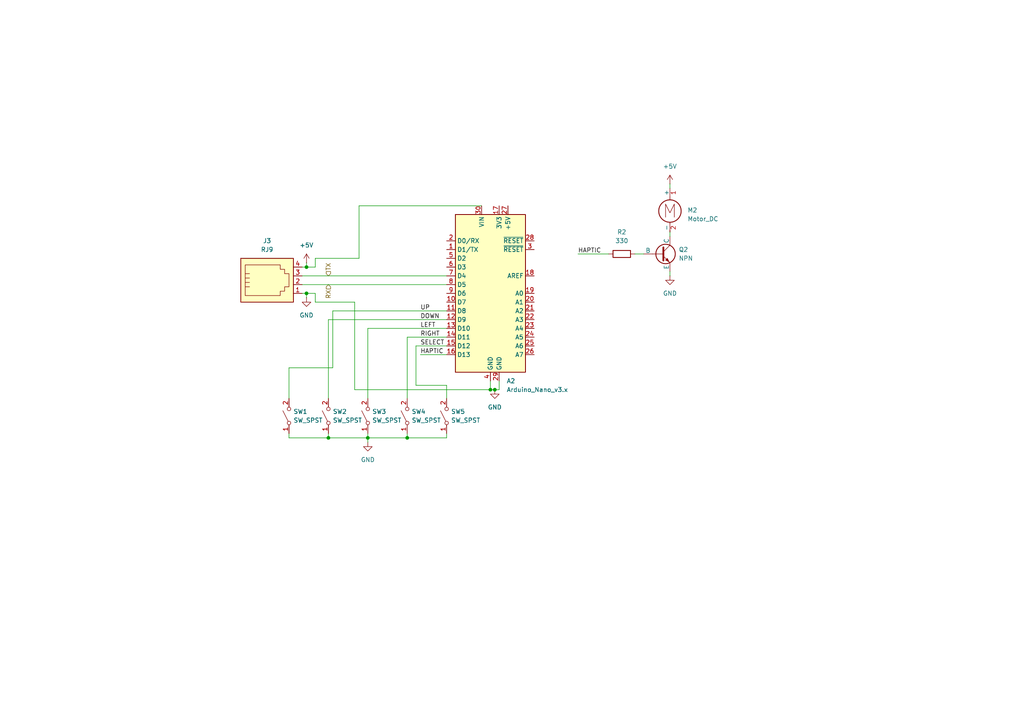
<source format=kicad_sch>
(kicad_sch (version 20250114) (generator "eeschema") (generator_version "9.0")
  (paper "A4")
  (lib_symbols
    (symbol "Connector:RJ9" (pin_names (offset 1.016))
      (property "Reference" "J" (at -5.08 8.89 0))
      (property "Value" "RJ9" (at 2.54 8.89 0))
      (symbol "RJ9_0_1"
        (polyline (pts (xy -6.35 3.175) (xy -5.08 3.175) (xy -5.08 3.175)))
        (polyline (pts (xy -6.35 1.905) (xy -5.08 1.905) (xy -5.08 1.905)))
        (polyline (pts (xy -6.35 0.635) (xy -5.08 0.635) (xy -5.08 0.635)))
        (polyline (pts (xy -6.35 -0.635) (xy -5.08 -0.635) (xy -5.08 -0.635)))
        (polyline (pts (xy -6.35 -3.175) (xy -6.35 5.715) (xy -1.27 5.715) (xy 3.81 5.715) (xy 3.81 4.445) (xy 5.08 4.445) (xy 5.08 3.175) (xy 6.35 3.175) (xy 6.35 -0.635) (xy 5.08 -0.635) (xy 5.08 -1.905) (xy 3.81 -1.905) (xy 3.81 -3.175) (xy -6.35 -3.175) (xy -6.35 -3.175)))
        (rectangle (start 7.62 7.62) (end -7.62 -5.08) (stroke (width 0.254)) (fill (type background)))
      )
      (symbol "RJ9_1_1"
        (pin passive line (at 10.16 5.08 180) (length 2.54) (name "~") (number "4"))
        (pin passive line (at 10.16 2.54 180) (length 2.54) (name "~") (number "3"))
        (pin passive line (at 10.16 0 180) (length 2.54) (name "~") (number "2"))
        (pin passive line (at 10.16 -2.54 180) (length 2.54) (name "~") (number "1"))
      )
    )
    (symbol "Device:R" (pin_numbers (hide yes)) (pin_names (offset 0))
      (property "Reference" "R" (at 2.032 0 90))
      (property "Value" "R" (at 0 0 90))
      (symbol "R_0_1"
        (rectangle (start -1.016 -2.54) (end 1.016 2.54) (stroke (width 0.254)))
      )
      (symbol "R_1_1"
        (pin passive line (at 0 3.81 270) (length 1.27) (name "~") (number "1"))
        (pin passive line (at 0 -3.81 90) (length 1.27) (name "~") (number "2"))
      )
    )
    (symbol "MCU_Module:Arduino_Nano_v3.x"
      (property "Reference" "A" (at -10.16 23.495 0))
      (property "Value" "Arduino_Nano_v3.x" (at 5.08 -24.13 0))
      (symbol "Arduino_Nano_v3.x_0_1"
        (rectangle (start -10.16 22.86) (end 10.16 -22.86) (stroke (width 0.254)) (fill (type background)))
      )
      (symbol "Arduino_Nano_v3.x_1_1"
        (pin bidirectional line (at -12.7 15.24 0) (length 2.54) (name "D0/RX") (number "2"))
        (pin bidirectional line (at -12.7 12.7 0) (length 2.54) (name "D1/TX") (number "1"))
        (pin bidirectional line (at -12.7 10.16 0) (length 2.54) (name "D2") (number "5"))
        (pin bidirectional line (at -12.7 7.62 0) (length 2.54) (name "D3") (number "6"))
        (pin bidirectional line (at -12.7 5.08 0) (length 2.54) (name "D4") (number "7"))
        (pin bidirectional line (at -12.7 2.54 0) (length 2.54) (name "D5") (number "8"))
        (pin bidirectional line (at -12.7 0 0) (length 2.54) (name "D6") (number "9"))
        (pin bidirectional line (at -12.7 -2.54 0) (length 2.54) (name "D7") (number "10"))
        (pin bidirectional line (at -12.7 -5.08 0) (length 2.54) (name "D8") (number "11"))
        (pin bidirectional line (at -12.7 -7.62 0) (length 2.54) (name "D9") (number "12"))
        (pin bidirectional line (at -12.7 -10.16 0) (length 2.54) (name "D10") (number "13"))
        (pin bidirectional line (at -12.7 -12.7 0) (length 2.54) (name "D11") (number "14"))
        (pin bidirectional line (at -12.7 -15.24 0) (length 2.54) (name "D12") (number "15"))
        (pin bidirectional line (at -12.7 -17.78 0) (length 2.54) (name "D13") (number "16"))
        (pin power_in line (at -2.54 25.4 270) (length 2.54) (name "VIN") (number "30"))
        (pin power_in line (at 0 -25.4 90) (length 2.54) (name "GND") (number "4"))
        (pin power_out line (at 2.54 25.4 270) (length 2.54) (name "3V3") (number "17"))
        (pin power_in line (at 2.54 -25.4 90) (length 2.54) (name "GND") (number "29"))
        (pin power_out line (at 5.08 25.4 270) (length 2.54) (name "+5V") (number "27"))
        (pin input line (at 12.7 15.24 180) (length 2.54) (name "~{RESET}") (number "28"))
        (pin input line (at 12.7 12.7 180) (length 2.54) (name "~{RESET}") (number "3"))
        (pin input line (at 12.7 5.08 180) (length 2.54) (name "AREF") (number "18"))
        (pin bidirectional line (at 12.7 0 180) (length 2.54) (name "A0") (number "19"))
        (pin bidirectional line (at 12.7 -2.54 180) (length 2.54) (name "A1") (number "20"))
        (pin bidirectional line (at 12.7 -5.08 180) (length 2.54) (name "A2") (number "21"))
        (pin bidirectional line (at 12.7 -7.62 180) (length 2.54) (name "A3") (number "22"))
        (pin bidirectional line (at 12.7 -10.16 180) (length 2.54) (name "A4") (number "23"))
        (pin bidirectional line (at 12.7 -12.7 180) (length 2.54) (name "A5") (number "24"))
        (pin bidirectional line (at 12.7 -15.24 180) (length 2.54) (name "A6") (number "25"))
        (pin bidirectional line (at 12.7 -17.78 180) (length 2.54) (name "A7") (number "26"))
      )
    )
    (symbol "Motor:Motor_DC" (pin_names (offset 0))
      (property "Reference" "M" (at 2.54 2.54 0))
      (property "Value" "Motor_DC" (at 2.54 -5.08 0))
      (symbol "Motor_DC_0_0"
        (polyline (pts (xy -1.27 -3.302) (xy -1.27 0.508) (xy 0 -2.032) (xy 1.27 0.508) (xy 1.27 -3.302)))
      )
      (symbol "Motor_DC_0_1"
        (polyline (pts (xy 0 2.032) (xy 0 2.54)))
        (polyline (pts (xy 0 1.7272) (xy 0 2.0828)))
        (circle (center 0 -1.524) (radius 3.2512) (stroke (width 0.254)))
        (polyline (pts (xy 0 -4.7752) (xy 0 -5.1816)))
        (polyline (pts (xy 0 -7.62) (xy 0 -7.112)))
      )
      (symbol "Motor_DC_1_1"
        (pin passive line (at 0 5.08 270) (length 2.54) (name "+") (number "1"))
        (pin passive line (at 0 -7.62 90) (length 2.54) (name "-") (number "2"))
      )
    )
    (symbol "Simulation_SPICE:NPN" (pin_numbers (hide yes)) (pin_names (offset 0))
      (property "Reference" "Q" (at -2.54 7.62 0))
      (property "Value" "NPN" (at -2.54 5.08 0))
      (symbol "NPN_0_1"
        (polyline (pts (xy -2.54 0) (xy 0.635 0)) (stroke (width 0.1524)))
        (polyline (pts (xy 0.635 1.905) (xy 0.635 -1.905) (xy 0.635 -1.905)) (stroke (width 0.508)))
        (polyline (pts (xy 0.635 0.635) (xy 2.54 2.54)))
        (polyline (pts (xy 0.635 -0.635) (xy 2.54 -2.54) (xy 2.54 -2.54)))
        (circle (center 1.27 0) (radius 2.8194) (stroke (width 0.254)))
        (polyline (pts (xy 1.27 -1.778) (xy 1.778 -1.27) (xy 2.286 -2.286) (xy 1.27 -1.778) (xy 1.27 -1.778)) (fill (type outline)))
        (polyline (pts (xy 2.794 -1.27) (xy 2.794 -1.27)) (stroke (width 0.1524)))
        (polyline (pts (xy 2.794 -1.27) (xy 2.794 -1.27)) (stroke (width 0.1524)))
      )
      (symbol "NPN_1_1"
        (pin input line (at -5.08 0 0) (length 2.54) (name "B") (number "2"))
        (pin open_collector line (at 2.54 5.08 270) (length 2.54) (name "C") (number "1"))
        (pin open_emitter line (at 2.54 -5.08 90) (length 2.54) (name "E") (number "3"))
      )
    )
    (symbol "Switch:SW_SPST" (pin_names (offset 0) (hide yes))
      (property "Reference" "SW" (at 0 3.175 0))
      (property "Value" "SW_SPST" (at 0 -2.54 0))
      (symbol "SW_SPST_0_0"
        (circle (center -2.032 0) (radius 0.508))
        (polyline (pts (xy -1.524 0.254) (xy 1.524 1.778)))
        (circle (center 2.032 0) (radius 0.508))
      )
      (symbol "SW_SPST_1_1"
        (pin passive line (at -5.08 0 0) (length 2.54) (name "A") (number "1"))
        (pin passive line (at 5.08 0 180) (length 2.54) (name "B") (number "2"))
      )
    )
    (symbol "power:+5V" (power) (pin_numbers (hide yes)) (pin_names (offset 0) (hide yes))
      (property "Value" "+5V" (at 0 3.556 0))
      (symbol "+5V_0_1"
        (polyline (pts (xy -0.762 1.27) (xy 0 2.54)))
        (polyline (pts (xy 0 2.54) (xy 0.762 1.27)))
        (polyline (pts (xy 0 0) (xy 0 2.54)))
      )
      (symbol "+5V_1_1"
        (pin power_in line (at 0 0 90) (length 0) (name "~") (number "1"))
      )
    )
    (symbol "power:GND" (power) (pin_numbers (hide yes)) (pin_names (offset 0) (hide yes))
      (property "Value" "GND" (at 0 -3.81 0))
      (symbol "GND_0_1"
        (polyline (pts (xy 0 0) (xy 0 -1.27) (xy 1.27 -1.27) (xy 0 -2.54) (xy -1.27 -1.27) (xy 0 -1.27)))
      )
      (symbol "GND_1_1"
        (pin power_in line (at 0 0 270) (length 0) (name "~") (number "1"))
      )
    )
  )
  (junction (at 106.68 127))
  (junction (at 88.9 77.47))
  (junction (at 95.25 127))
  (junction (at 142.24 113.03))
  (junction (at 118.11 127))
  (junction (at 143.51 113.03))
  (junction (at 88.9 85.09))
  (wire (pts (xy 91.44 85.09) (xy 88.9 85.09)))
  (wire (pts (xy 102.87 113.03) (xy 142.24 113.03)))
  (wire (pts (xy 142.24 110.49) (xy 142.24 113.03)))
  (wire (pts (xy 91.44 74.93) (xy 91.44 77.47)))
  (wire (pts (xy 87.63 80.01) (xy 129.54 80.01)))
  (wire (pts (xy 83.82 127) (xy 95.25 127)))
  (wire (pts (xy 96.52 90.17) (xy 129.54 90.17)))
  (wire (pts (xy 95.25 92.71) (xy 95.25 115.57)))
  (wire (pts (xy 194.31 67.31) (xy 194.31 68.58)))
  (wire (pts (xy 95.25 125.73) (xy 95.25 127)))
  (wire (pts (xy 129.54 125.73) (xy 129.54 127)))
  (wire (pts (xy 95.25 92.71) (xy 129.54 92.71)))
  (wire (pts (xy 194.31 78.74) (xy 194.31 80.01)))
  (wire (pts (xy 167.64 73.66) (xy 176.53 73.66)))
  (wire (pts (xy 106.68 95.25) (xy 129.54 95.25)))
  (wire (pts (xy 102.87 87.63) (xy 91.44 87.63)))
  (wire (pts (xy 118.11 115.57) (xy 118.11 97.79)))
  (wire (pts (xy 87.63 77.47) (xy 88.9 77.47)))
  (wire (pts (xy 184.15 73.66) (xy 186.69 73.66)))
  (wire (pts (xy 144.78 113.03) (xy 143.51 113.03)))
  (wire (pts (xy 143.51 113.03) (xy 142.24 113.03)))
  (wire (pts (xy 91.44 87.63) (xy 91.44 85.09)))
  (wire (pts (xy 83.82 106.68) (xy 96.52 106.68)))
  (wire (pts (xy 129.54 111.76) (xy 129.54 115.57)))
  (wire (pts (xy 194.31 53.34) (xy 194.31 54.61)))
  (wire (pts (xy 104.14 74.93) (xy 91.44 74.93)))
  (wire (pts (xy 106.68 127) (xy 106.68 128.27)))
  (wire (pts (xy 91.44 77.47) (xy 88.9 77.47)))
  (wire (pts (xy 120.65 100.33) (xy 120.65 111.76)))
  (wire (pts (xy 118.11 127) (xy 106.68 127)))
  (wire (pts (xy 129.54 127) (xy 118.11 127)))
  (wire (pts (xy 120.65 100.33) (xy 129.54 100.33)))
  (wire (pts (xy 118.11 97.79) (xy 129.54 97.79)))
  (wire (pts (xy 83.82 125.73) (xy 83.82 127)))
  (wire (pts (xy 120.65 111.76) (xy 129.54 111.76)))
  (wire (pts (xy 87.63 82.55) (xy 129.54 82.55)))
  (wire (pts (xy 83.82 115.57) (xy 83.82 106.68)))
  (wire (pts (xy 96.52 106.68) (xy 96.52 90.17)))
  (wire (pts (xy 95.25 127) (xy 106.68 127)))
  (wire (pts (xy 118.11 125.73) (xy 118.11 127)))
  (wire (pts (xy 144.78 110.49) (xy 144.78 113.03)))
  (wire (pts (xy 102.87 113.03) (xy 102.87 87.63)))
  (wire (pts (xy 87.63 85.09) (xy 88.9 85.09)))
  (wire (pts (xy 88.9 77.47) (xy 88.9 76.2)))
  (wire (pts (xy 106.68 95.25) (xy 106.68 115.57)))
  (wire (pts (xy 106.68 125.73) (xy 106.68 127)))
  (wire (pts (xy 139.7 59.69) (xy 104.14 59.69)))
  (wire (pts (xy 121.92 102.87) (xy 129.54 102.87)))
  (wire (pts (xy 88.9 85.09) (xy 88.9 86.36)))
  (wire (pts (xy 104.14 59.69) (xy 104.14 74.93)))
  (label "RIGHT" (at 121.92 97.79 0))
  (label "HAPTIC" (at 121.92 102.87 0))
  (label "SELECT" (at 121.92 100.33 0))
  (label "HAPTIC" (at 167.64 73.66 0))
  (label "DOWN" (at 121.92 92.71 0))
  (label "UP" (at 121.92 90.17 0))
  (label "LEFT" (at 121.92 95.25 0))
  (hierarchical_label "RX" (shape input) (at 95.25 82.55 270))
  (hierarchical_label "TX" (shape input) (at 95.25 80.01 90))
  (symbol (lib_id "power:GND") (at 143.51 113.03 0) (unit 1)
    (property "Reference" "#PWR05" (effects (hide yes)))
    (property "Value" "GND" (at 143.51 118.11 0))
    (property "Description" "Power symbol creates a global label with name \"GND\" , ground" (effects (hide yes)))
  )
  (symbol (lib_id "Switch:SW_SPST") (at 95.25 120.65 90) (unit 1)
    (property "Reference" "SW2" (at 96.52 119.3799 90) (effects (justify right)))
    (property "Value" "SW_SPST" (at 96.52 121.9199 90) (effects (justify right)))
    (property "Footprint" "Button_Switch_Keyboard:SW_Cherry_MX_1.00u_PCB" (effects (hide yes)))
    (property "Description" "Single Pole Single Throw (SPST) switch" (effects (hide yes)))
  )
  (symbol (lib_id "Switch:SW_SPST") (at 118.11 120.65 90) (unit 1)
    (property "Reference" "SW4" (at 119.38 119.3799 90) (effects (justify right)))
    (property "Value" "SW_SPST" (at 119.38 121.9199 90) (effects (justify right)))
    (property "Footprint" "Button_Switch_Keyboard:SW_Cherry_MX_1.00u_PCB" (effects (hide yes)))
    (property "Description" "Single Pole Single Throw (SPST) switch" (effects (hide yes)))
  )
  (symbol (lib_id "MCU_Module:Arduino_Nano_v3.x") (at 142.24 85.09 0) (unit 1)
    (property "Reference" "A2" (at 146.9233 110.49 0) (effects (justify left)))
    (property "Value" "Arduino_Nano_v3.x" (at 146.9233 113.03 0) (effects (justify left)))
    (property "Footprint" "Module:Arduino_Nano" (effects (hide yes)))
    (property "Datasheet" "http://www.mouser.com/pdfdocs/Gravitech_Arduino_Nano3_0.pdf" (effects (hide yes)))
    (property "Description" "Arduino Nano v3.x" (effects (hide yes)))
  )
  (symbol (lib_id "Switch:SW_SPST") (at 83.82 120.65 90) (unit 1)
    (property "Reference" "SW1" (at 85.09 119.3799 90) (effects (justify right)))
    (property "Value" "SW_SPST" (at 85.09 121.9199 90) (effects (justify right)))
    (property "Footprint" "Button_Switch_Keyboard:SW_Cherry_MX_1.00u_PCB" (effects (hide yes)))
    (property "Description" "Single Pole Single Throw (SPST) switch" (effects (hide yes)))
  )
  (symbol (lib_id "power:GND") (at 106.68 128.27 0) (unit 1)
    (property "Reference" "#PWR06" (effects (hide yes)))
    (property "Value" "GND" (at 106.68 133.35 0))
    (property "Description" "Power symbol creates a global label with name \"GND\" , ground" (effects (hide yes)))
  )
  (symbol (lib_id "power:GND") (at 88.9 86.36 0) (unit 1)
    (property "Reference" "#PWR04" (effects (hide yes)))
    (property "Value" "GND" (at 88.9 91.44 0))
    (property "Description" "Power symbol creates a global label with name \"GND\" , ground" (effects (hide yes)))
  )
  (symbol (lib_id "power:+5V") (at 194.31 53.34 0) (unit 1)
    (property "Reference" "#PWR023" (effects (hide yes)))
    (property "Value" "+5V" (at 194.31 48.26 0))
    (property "Description" "Power symbol creates a global label with name \"+5V\"" (effects (hide yes)))
  )
  (symbol (lib_id "Switch:SW_SPST") (at 106.68 120.65 90) (unit 1)
    (property "Reference" "SW3" (at 107.95 119.3799 90) (effects (justify right)))
    (property "Value" "SW_SPST" (at 107.95 121.9199 90) (effects (justify right)))
    (property "Footprint" "Button_Switch_Keyboard:SW_Cherry_MX_1.00u_PCB" (effects (hide yes)))
    (property "Description" "Single Pole Single Throw (SPST) switch" (effects (hide yes)))
  )
  (symbol (lib_id "power:GND") (at 194.31 80.01 0) (unit 1)
    (property "Reference" "#PWR022" (effects (hide yes)))
    (property "Value" "GND" (at 194.31 85.09 0))
    (property "Description" "Power symbol creates a global label with name \"GND\" , ground" (effects (hide yes)))
  )
  (symbol (lib_id "Simulation_SPICE:NPN") (at 191.77 73.66 0) (unit 1)
    (property "Reference" "Q2" (at 196.85 72.3899 0) (effects (justify left)))
    (property "Value" "NPN" (at 196.85 74.9299 0) (effects (justify left)))
    (property "Datasheet" "https://ngspice.sourceforge.io/docs/ngspice-html-manual/manual.xhtml#cha_BJTs" (effects (hide yes)))
    (property "Description" "Bipolar transistor symbol for simulation only, substrate tied to the emitter" (effects (hide yes)))
    (property "Sim.Device" "NPN" (effects (hide yes)))
    (property "Sim.Type" "GUMMELPOON" (effects (hide yes)))
    (property "Sim.Pins" "1=C 2=B 3=E" (effects (hide yes)))
  )
  (symbol (lib_id "Motor:Motor_DC") (at 194.31 59.69 0) (unit 1)
    (property "Reference" "M2" (at 199.39 60.9599 0) (effects (justify left)))
    (property "Value" "Motor_DC" (at 199.39 63.4999 0) (effects (justify left)))
    (property "Description" "DC Motor" (effects (hide yes)))
  )
  (symbol (lib_id "Switch:SW_SPST") (at 129.54 120.65 90) (unit 1)
    (property "Reference" "SW5" (at 130.81 119.3799 90) (effects (justify right)))
    (property "Value" "SW_SPST" (at 130.81 121.9199 90) (effects (justify right)))
    (property "Footprint" "Button_Switch_Keyboard:SW_Cherry_MX_1.00u_PCB" (effects (hide yes)))
    (property "Description" "Single Pole Single Throw (SPST) switch" (effects (hide yes)))
  )
  (symbol (lib_id "Device:R") (at 180.34 73.66 90) (unit 1)
    (property "Reference" "R2" (at 180.34 67.31 90))
    (property "Value" "330" (at 180.34 69.85 90))
    (property "Description" "Resistor" (effects (hide yes)))
  )
  (symbol (lib_id "power:+5V") (at 88.9 76.2 0) (unit 1)
    (property "Reference" "#PWR03" (effects (hide yes)))
    (property "Value" "+5V" (at 88.9 71.12 0))
    (property "Description" "Power symbol creates a global label with name \"+5V\"" (effects (hide yes)))
  )
  (symbol (lib_id "Connector:RJ9") (at 77.47 82.55 0) (unit 1)
    (property "Reference" "J3" (at 77.47 69.85 0))
    (property "Value" "RJ9" (at 77.47 72.39 0))
    (property "Footprint" "Connector_RJ:RJ9_Evercom_5301-440xxx_Horizontal" (effects (hide yes)))
    (property "Description" "RJ connector, 4P4C (4 positions 4 connected)" (effects (hide yes)))
  )
)
</source>
